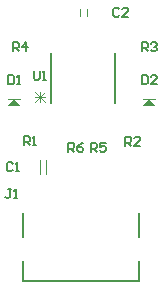
<source format=gto>
G04*
G04 #@! TF.GenerationSoftware,Altium Limited,Altium Designer,24.2.2 (26)*
G04*
G04 Layer_Color=65535*
%FSLAX44Y44*%
%MOMM*%
G71*
G04*
G04 #@! TF.SameCoordinates,EEB9E67A-43F7-4525-8043-77EAD86446EF*
G04*
G04*
G04 #@! TF.FilePolarity,Positive*
G04*
G01*
G75*
%ADD10C,0.1000*%
%ADD11C,0.1524*%
%ADD12C,0.0762*%
%ADD13C,0.2032*%
G36*
X25400Y163020D02*
X31400Y157020D01*
X19400D01*
X25400Y163020D01*
D02*
G37*
G36*
X139700D02*
X145700Y157020D01*
X133700D01*
X139700Y163020D01*
D02*
G37*
D10*
X20400D02*
X30400D01*
X134700D02*
X144700D01*
X86820Y233220D02*
Y239220D01*
X80820Y233220D02*
Y239220D01*
X52030Y99410D02*
Y111410D01*
X47030Y99410D02*
Y111410D01*
D11*
X57023Y159131D02*
Y201549D01*
X110617Y159131D02*
Y201549D01*
X33301Y8382D02*
Y25744D01*
X131599Y45392D02*
Y66020D01*
X33301Y8382D02*
X131599D01*
Y25744D01*
X33301Y45392D02*
Y66020D01*
D12*
X42864Y159916D02*
X51328Y168380D01*
Y159916D02*
X42864Y168380D01*
X47096Y159916D02*
Y168380D01*
X51328Y164148D02*
X42864D01*
D13*
X114300Y238759D02*
X113031Y240029D01*
X110492D01*
X109222Y238759D01*
Y233681D01*
X110492Y232411D01*
X113031D01*
X114300Y233681D01*
X121918Y232411D02*
X116840D01*
X121918Y237490D01*
Y238759D01*
X120648Y240029D01*
X118109D01*
X116840Y238759D01*
X41912Y186689D02*
Y180341D01*
X43181Y179071D01*
X45720D01*
X46990Y180341D01*
Y186689D01*
X49529Y179071D02*
X52068D01*
X50799D01*
Y186689D01*
X49529Y185419D01*
X71122Y118111D02*
Y125729D01*
X74931D01*
X76200Y124459D01*
Y121920D01*
X74931Y120650D01*
X71122D01*
X73661D02*
X76200Y118111D01*
X83818Y125729D02*
X81279Y124459D01*
X78740Y121920D01*
Y119381D01*
X80009Y118111D01*
X82548D01*
X83818Y119381D01*
Y120650D01*
X82548Y121920D01*
X78740D01*
X90172Y118111D02*
Y125729D01*
X93981D01*
X95250Y124459D01*
Y121920D01*
X93981Y120650D01*
X90172D01*
X92711D02*
X95250Y118111D01*
X102868Y125729D02*
X97790D01*
Y121920D01*
X100329Y123190D01*
X101598D01*
X102868Y121920D01*
Y119381D01*
X101598Y118111D01*
X99059D01*
X97790Y119381D01*
X24132Y203201D02*
Y210819D01*
X27941D01*
X29210Y209549D01*
Y207010D01*
X27941Y205740D01*
X24132D01*
X26671D02*
X29210Y203201D01*
X35558D02*
Y210819D01*
X31750Y207010D01*
X36828D01*
X133352Y203201D02*
Y210819D01*
X137161D01*
X138430Y209549D01*
Y207010D01*
X137161Y205740D01*
X133352D01*
X135891D02*
X138430Y203201D01*
X140970Y209549D02*
X142239Y210819D01*
X144778D01*
X146048Y209549D01*
Y208280D01*
X144778Y207010D01*
X143509D01*
X144778D01*
X146048Y205740D01*
Y204471D01*
X144778Y203201D01*
X142239D01*
X140970Y204471D01*
X119382Y123191D02*
Y130809D01*
X123191D01*
X124460Y129539D01*
Y127000D01*
X123191Y125730D01*
X119382D01*
X121921D02*
X124460Y123191D01*
X132078D02*
X127000D01*
X132078Y128270D01*
Y129539D01*
X130808Y130809D01*
X128269D01*
X127000Y129539D01*
X33608Y123571D02*
Y131188D01*
X37417D01*
X38687Y129919D01*
Y127380D01*
X37417Y126110D01*
X33608D01*
X36148D02*
X38687Y123571D01*
X41226D02*
X43765D01*
X42495D01*
Y131188D01*
X41226Y129919D01*
X22860Y86359D02*
X20321D01*
X21590D01*
Y80011D01*
X20321Y78741D01*
X19051D01*
X17782Y80011D01*
X25399Y78741D02*
X27938D01*
X26669D01*
Y86359D01*
X25399Y85089D01*
X133352Y182879D02*
Y175261D01*
X137161D01*
X138430Y176531D01*
Y181609D01*
X137161Y182879D01*
X133352D01*
X146048Y175261D02*
X140970D01*
X146048Y180340D01*
Y181609D01*
X144778Y182879D01*
X142239D01*
X140970Y181609D01*
X20322Y182879D02*
Y175261D01*
X24130D01*
X25400Y176531D01*
Y181609D01*
X24130Y182879D01*
X20322D01*
X27939Y175261D02*
X30478D01*
X29209D01*
Y182879D01*
X27939Y181609D01*
X24130Y107949D02*
X22860Y109219D01*
X20321D01*
X19052Y107949D01*
Y102871D01*
X20321Y101601D01*
X22860D01*
X24130Y102871D01*
X26669Y101601D02*
X29208D01*
X27939D01*
Y109219D01*
X26669Y107949D01*
M02*

</source>
